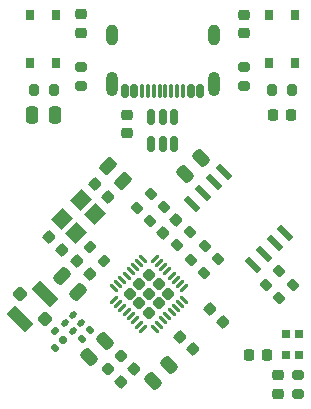
<source format=gtp>
G04 #@! TF.GenerationSoftware,KiCad,Pcbnew,8.0.7-8.0.7-0~ubuntu24.04.1*
G04 #@! TF.CreationDate,2025-01-06T12:49:46-05:00*
G04 #@! TF.ProjectId,ESP32_C3_LVGL_DEVBOARD,45535033-325f-4433-935f-4c56474c5f44,rev?*
G04 #@! TF.SameCoordinates,Original*
G04 #@! TF.FileFunction,Paste,Top*
G04 #@! TF.FilePolarity,Positive*
%FSLAX46Y46*%
G04 Gerber Fmt 4.6, Leading zero omitted, Abs format (unit mm)*
G04 Created by KiCad (PCBNEW 8.0.7-8.0.7-0~ubuntu24.04.1) date 2025-01-06 12:49:46*
%MOMM*%
%LPD*%
G01*
G04 APERTURE LIST*
G04 Aperture macros list*
%AMRoundRect*
0 Rectangle with rounded corners*
0 $1 Rounding radius*
0 $2 $3 $4 $5 $6 $7 $8 $9 X,Y pos of 4 corners*
0 Add a 4 corners polygon primitive as box body*
4,1,4,$2,$3,$4,$5,$6,$7,$8,$9,$2,$3,0*
0 Add four circle primitives for the rounded corners*
1,1,$1+$1,$2,$3*
1,1,$1+$1,$4,$5*
1,1,$1+$1,$6,$7*
1,1,$1+$1,$8,$9*
0 Add four rect primitives between the rounded corners*
20,1,$1+$1,$2,$3,$4,$5,0*
20,1,$1+$1,$4,$5,$6,$7,0*
20,1,$1+$1,$6,$7,$8,$9,0*
20,1,$1+$1,$8,$9,$2,$3,0*%
%AMRotRect*
0 Rectangle, with rotation*
0 The origin of the aperture is its center*
0 $1 length*
0 $2 width*
0 $3 Rotation angle, in degrees counterclockwise*
0 Add horizontal line*
21,1,$1,$2,0,0,$3*%
G04 Aperture macros list end*
%ADD10RoundRect,0.225000X-0.335876X-0.017678X-0.017678X-0.335876X0.335876X0.017678X0.017678X0.335876X0*%
%ADD11RoundRect,0.200000X-0.335876X-0.053033X-0.053033X-0.335876X0.335876X0.053033X0.053033X0.335876X0*%
%ADD12RoundRect,0.225000X0.225000X0.250000X-0.225000X0.250000X-0.225000X-0.250000X0.225000X-0.250000X0*%
%ADD13RoundRect,0.200000X-0.275000X0.200000X-0.275000X-0.200000X0.275000X-0.200000X0.275000X0.200000X0*%
%ADD14RoundRect,0.225000X-0.017678X0.335876X-0.335876X0.017678X0.017678X-0.335876X0.335876X-0.017678X0*%
%ADD15RoundRect,0.200000X0.053033X-0.335876X0.335876X-0.053033X-0.053033X0.335876X-0.335876X0.053033X0*%
%ADD16R,0.650000X0.950000*%
%ADD17RoundRect,0.200000X-0.053033X0.335876X-0.335876X0.053033X0.053033X-0.335876X0.335876X-0.053033X0*%
%ADD18RoundRect,0.218750X0.256250X-0.218750X0.256250X0.218750X-0.256250X0.218750X-0.256250X-0.218750X0*%
%ADD19RoundRect,0.147500X0.017678X-0.226274X0.226274X-0.017678X-0.017678X0.226274X-0.226274X0.017678X0*%
%ADD20RotRect,1.400000X1.200000X45.000000*%
%ADD21RoundRect,0.140000X0.219203X0.021213X0.021213X0.219203X-0.219203X-0.021213X-0.021213X-0.219203X0*%
%ADD22RoundRect,0.225000X0.335876X0.017678X0.017678X0.335876X-0.335876X-0.017678X-0.017678X-0.335876X0*%
%ADD23RoundRect,0.250000X0.503814X0.132583X0.132583X0.503814X-0.503814X-0.132583X-0.132583X-0.503814X0*%
%ADD24RoundRect,0.150000X-0.150000X0.512500X-0.150000X-0.512500X0.150000X-0.512500X0.150000X0.512500X0*%
%ADD25RoundRect,0.250000X0.159099X-0.512652X0.512652X-0.159099X-0.159099X0.512652X-0.512652X0.159099X0*%
%ADD26RoundRect,0.250000X0.512652X0.159099X0.159099X0.512652X-0.512652X-0.159099X-0.159099X-0.512652X0*%
%ADD27RoundRect,0.250000X-0.159099X0.512652X-0.512652X0.159099X0.159099X-0.512652X0.512652X-0.159099X0*%
%ADD28RoundRect,0.160000X0.000000X0.226274X-0.226274X0.000000X0.000000X-0.226274X0.226274X0.000000X0*%
%ADD29RoundRect,0.135000X0.226274X0.035355X0.035355X0.226274X-0.226274X-0.035355X-0.035355X-0.226274X0*%
%ADD30RoundRect,0.135000X-0.035355X0.226274X-0.226274X0.035355X0.035355X-0.226274X0.226274X-0.035355X0*%
%ADD31RoundRect,0.200000X0.200000X0.275000X-0.200000X0.275000X-0.200000X-0.275000X0.200000X-0.275000X0*%
%ADD32RoundRect,0.250000X0.250000X0.475000X-0.250000X0.475000X-0.250000X-0.475000X0.250000X-0.475000X0*%
%ADD33RoundRect,0.218750X0.026517X-0.335876X0.335876X-0.026517X-0.026517X0.335876X-0.335876X0.026517X0*%
%ADD34RoundRect,0.218750X-0.256250X0.218750X-0.256250X-0.218750X0.256250X-0.218750X0.256250X0.218750X0*%
%ADD35RoundRect,0.232500X0.000000X-0.328805X0.328805X0.000000X0.000000X0.328805X-0.328805X0.000000X0*%
%ADD36RoundRect,0.062500X-0.220971X-0.309359X0.309359X0.220971X0.220971X0.309359X-0.309359X-0.220971X0*%
%ADD37RoundRect,0.062500X0.220971X-0.309359X0.309359X-0.220971X-0.220971X0.309359X-0.309359X0.220971X0*%
%ADD38RotRect,1.524000X0.533400X135.000000*%
%ADD39RoundRect,0.100000X0.000000X0.565685X-0.565685X0.000000X0.000000X-0.565685X0.565685X0.000000X0*%
%ADD40RoundRect,0.105000X-0.406586X1.000556X-1.000556X0.406586X0.406586X-1.000556X1.000556X-0.406586X0*%
%ADD41RoundRect,0.150000X0.150000X0.425000X-0.150000X0.425000X-0.150000X-0.425000X0.150000X-0.425000X0*%
%ADD42RoundRect,0.075000X0.075000X0.500000X-0.075000X0.500000X-0.075000X-0.500000X0.075000X-0.500000X0*%
%ADD43O,1.000000X2.100000*%
%ADD44O,1.000000X1.800000*%
%ADD45R,0.700000X0.700000*%
%ADD46RoundRect,0.225000X-0.250000X0.225000X-0.250000X-0.225000X0.250000X-0.225000X0.250000X0.225000X0*%
%ADD47RoundRect,0.225000X0.017678X-0.335876X0.335876X-0.017678X-0.017678X0.335876X-0.335876X0.017678X0*%
G04 APERTURE END LIST*
D10*
X158025000Y-91775000D03*
X159121016Y-92871016D03*
D11*
X147849956Y-86526085D03*
X149016682Y-87692811D03*
D12*
X164875000Y-75370000D03*
X163325000Y-75370000D03*
D13*
X165450000Y-97347500D03*
X165450000Y-98997500D03*
D14*
X155133319Y-84259448D03*
X154037303Y-85355464D03*
D15*
X151846948Y-83230819D03*
X153013674Y-82064093D03*
D16*
X163040000Y-70970000D03*
X163040000Y-66930000D03*
X165200000Y-70970000D03*
X165200000Y-66930000D03*
D17*
X158666726Y-87583274D03*
X157500000Y-88750000D03*
D18*
X160900000Y-68442500D03*
X160900000Y-66867500D03*
D12*
X162850000Y-95725000D03*
X161300000Y-95725000D03*
D10*
X148312303Y-81188432D03*
X149408319Y-82284448D03*
X155476992Y-94126992D03*
X156573008Y-95223008D03*
D19*
X147150000Y-94300000D03*
X147835894Y-93614106D03*
D17*
X157583363Y-86466637D03*
X156416637Y-87633363D03*
X163893674Y-88574093D03*
X162726948Y-89740819D03*
D20*
X146704676Y-85342075D03*
X148260311Y-83786440D03*
X147058230Y-82584359D03*
X145502595Y-84139994D03*
D21*
X146402358Y-93646464D03*
X145723536Y-92967642D03*
D22*
X145456327Y-86782456D03*
X144360311Y-85686440D03*
D23*
X150645235Y-80995235D03*
X149354765Y-79704765D03*
D24*
X154950000Y-75562500D03*
X154000000Y-75562500D03*
X153050000Y-75562500D03*
X153050000Y-77837500D03*
X154000000Y-77837500D03*
X154950000Y-77837500D03*
D17*
X156358363Y-85241637D03*
X155191637Y-86408363D03*
D25*
X153178249Y-97871751D03*
X154521751Y-96528249D03*
D26*
X146843502Y-90343502D03*
X145500000Y-89000000D03*
D27*
X149146751Y-94478249D03*
X147803249Y-95821751D03*
D28*
X145590071Y-94386837D03*
D29*
X144865287Y-93647911D03*
D30*
X144868822Y-95108086D03*
D31*
X144770000Y-73230000D03*
X143120000Y-73230000D03*
D17*
X154088674Y-83139093D03*
X152921948Y-84305819D03*
D16*
X142820000Y-70960000D03*
X142820000Y-66920000D03*
X144980000Y-70960000D03*
X144980000Y-66920000D03*
D22*
X147846016Y-88796016D03*
X146750000Y-87700000D03*
D32*
X144875000Y-75370000D03*
X142975000Y-75370000D03*
D33*
X149343153Y-96856847D03*
X150456847Y-95743153D03*
D21*
X147131769Y-92945875D03*
X146452947Y-92267053D03*
D34*
X163810000Y-97425000D03*
X163810000Y-99000000D03*
D35*
X151233965Y-90507456D03*
X152047138Y-91320629D03*
X152860311Y-92133802D03*
X152047138Y-89694283D03*
X152860311Y-90507456D03*
X153673484Y-91320629D03*
X152860311Y-88881110D03*
X153673484Y-89694283D03*
X154486657Y-90507456D03*
D36*
X149899301Y-90993592D03*
X150252855Y-91347145D03*
X150606408Y-91700699D03*
X150959962Y-92054252D03*
X151313515Y-92407805D03*
X151667068Y-92761359D03*
X152020622Y-93114912D03*
X152374175Y-93468466D03*
D37*
X153346447Y-93468466D03*
X153700000Y-93114912D03*
X154053554Y-92761359D03*
X154407107Y-92407805D03*
X154760660Y-92054252D03*
X155114214Y-91700699D03*
X155467767Y-91347145D03*
X155821321Y-90993592D03*
D36*
X155821321Y-90021320D03*
X155467767Y-89667767D03*
X155114214Y-89314213D03*
X154760660Y-88960660D03*
X154407107Y-88607107D03*
X154053554Y-88253553D03*
X153700000Y-87900000D03*
X153346447Y-87546446D03*
D37*
X152374175Y-87546446D03*
X152020622Y-87900000D03*
X151667068Y-88253553D03*
X151313515Y-88607107D03*
X150959962Y-88960660D03*
X150606408Y-89314213D03*
X150252855Y-89667767D03*
X149899301Y-90021320D03*
D31*
X164925000Y-73230000D03*
X163275000Y-73230000D03*
D25*
X155900000Y-80375000D03*
X157243502Y-79031498D03*
D38*
X161690606Y-88031828D03*
X162588632Y-87133802D03*
X163486657Y-86235777D03*
X164384683Y-85337751D03*
X159230016Y-80183084D03*
X158331990Y-81081110D03*
X157433965Y-81979135D03*
X156535939Y-82877161D03*
D13*
X147090000Y-71272500D03*
X147090000Y-72922500D03*
D39*
X144075000Y-92625000D03*
D40*
X141971357Y-92607323D03*
D39*
X141953680Y-90503680D03*
D40*
X144057323Y-90521357D03*
D41*
X157200000Y-73360000D03*
X156400000Y-73360000D03*
D42*
X155250000Y-73360000D03*
X154250000Y-73360000D03*
X153750000Y-73360000D03*
X152750000Y-73360000D03*
D41*
X151600000Y-73360000D03*
X150800000Y-73360000D03*
X150800000Y-73360000D03*
X151600000Y-73360000D03*
D42*
X152250000Y-73360000D03*
X153250000Y-73360000D03*
X154750000Y-73360000D03*
X155750000Y-73360000D03*
D41*
X156400000Y-73360000D03*
X157200000Y-73360000D03*
D43*
X158320000Y-72785000D03*
D44*
X158320000Y-68605000D03*
D43*
X149680000Y-72785000D03*
D44*
X149680000Y-68605000D03*
D13*
X160900000Y-71272500D03*
X160900000Y-72922500D03*
D18*
X147090000Y-68432500D03*
X147090000Y-66857500D03*
D45*
X164450000Y-95715000D03*
X165550000Y-95715000D03*
X165550000Y-93885000D03*
X164450000Y-93885000D03*
D46*
X151000000Y-75355000D03*
X151000000Y-76905000D03*
D47*
X150451992Y-97973008D03*
X151548008Y-96876992D03*
D17*
X165043674Y-89724093D03*
X163876948Y-90890819D03*
M02*

</source>
